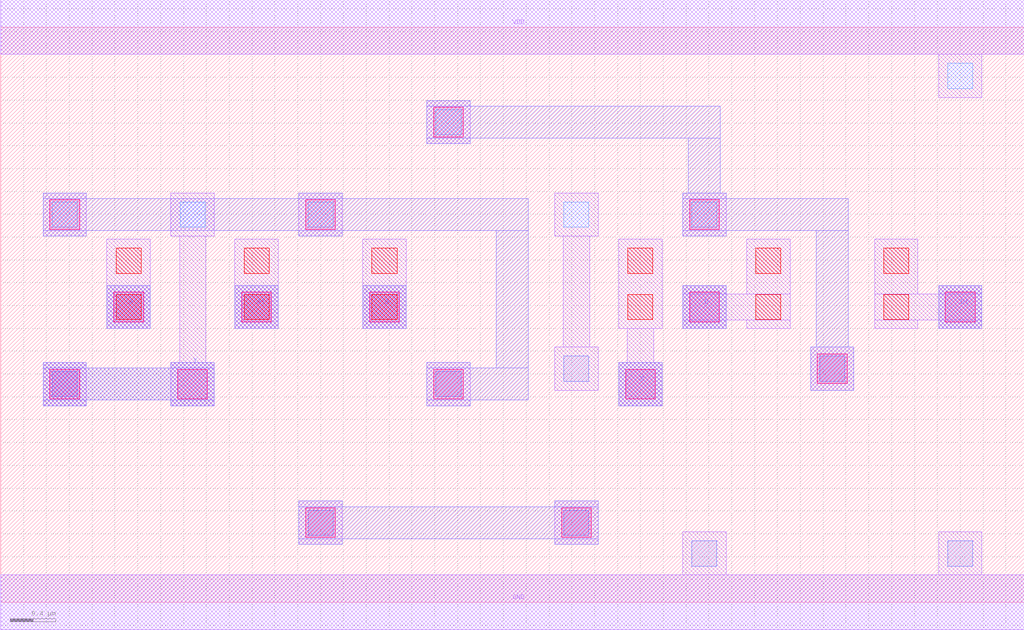
<source format=lef>
MACRO AOAOI2112
 CLASS CORE ;
 FOREIGN AOAOI2112 0 0 ;
 SIZE 8.96 BY 5.04 ;
 ORIGIN 0 0 ;
 SYMMETRY X Y R90 ;
 SITE unit ;
  PIN VDD
   DIRECTION INOUT ;
   USE POWER ;
   SHAPE ABUTMENT ;
    PORT
     CLASS CORE ;
       LAYER met1 ;
        RECT 0.00000000 4.80000000 8.96000000 5.28000000 ;
    END
  END VDD

  PIN GND
   DIRECTION INOUT ;
   USE POWER ;
   SHAPE ABUTMENT ;
    PORT
     CLASS CORE ;
       LAYER met1 ;
        RECT 0.00000000 -0.24000000 8.96000000 0.24000000 ;
    END
  END GND

  PIN Y
   DIRECTION INOUT ;
   USE SIGNAL ;
   SHAPE ABUTMENT ;
    PORT
     CLASS CORE ;
       LAYER met2 ;
        RECT 0.37000000 1.72200000 0.75000000 1.77200000 ;
        RECT 1.49000000 1.72200000 1.87000000 1.77200000 ;
        RECT 0.37000000 1.77200000 1.87000000 2.05200000 ;
        RECT 0.37000000 2.05200000 0.75000000 2.10200000 ;
        RECT 1.49000000 2.05200000 1.87000000 2.10200000 ;
    END
  END Y

  PIN B
   DIRECTION INOUT ;
   USE SIGNAL ;
   SHAPE ABUTMENT ;
    PORT
     CLASS CORE ;
       LAYER met2 ;
        RECT 3.17000000 2.39700000 3.55000000 2.77700000 ;
    END
  END B

  PIN A
   DIRECTION INOUT ;
   USE SIGNAL ;
   SHAPE ABUTMENT ;
    PORT
     CLASS CORE ;
       LAYER met2 ;
        RECT 0.93000000 2.39700000 1.31000000 2.77700000 ;
    END
  END A

  PIN D
   DIRECTION INOUT ;
   USE SIGNAL ;
   SHAPE ABUTMENT ;
    PORT
     CLASS CORE ;
       LAYER met2 ;
        RECT 5.97000000 2.39700000 6.35000000 2.77700000 ;
    END
  END D

  PIN C
   DIRECTION INOUT ;
   USE SIGNAL ;
   SHAPE ABUTMENT ;
    PORT
     CLASS CORE ;
       LAYER met2 ;
        RECT 5.41000000 1.72200000 5.79000000 2.10200000 ;
    END
  END C

  PIN A1
   DIRECTION INOUT ;
   USE SIGNAL ;
   SHAPE ABUTMENT ;
    PORT
     CLASS CORE ;
       LAYER met2 ;
        RECT 2.05000000 2.39700000 2.43000000 2.77700000 ;
    END
  END A1

  PIN D1
   DIRECTION INOUT ;
   USE SIGNAL ;
   SHAPE ABUTMENT ;
    PORT
     CLASS CORE ;
       LAYER met2 ;
        RECT 8.21000000 2.39700000 8.59000000 2.77700000 ;
    END
  END D1

 OBS
    LAYER polycont ;
     RECT 1.01000000 2.47700000 1.23000000 2.69700000 ;
     RECT 2.13000000 2.47700000 2.35000000 2.69700000 ;
     RECT 3.25000000 2.47700000 3.47000000 2.69700000 ;
     RECT 5.49000000 2.47700000 5.71000000 2.69700000 ;
     RECT 6.61000000 2.47700000 6.83000000 2.69700000 ;
     RECT 7.73000000 2.47700000 7.95000000 2.69700000 ;
     RECT 1.01000000 2.88200000 1.23000000 3.10200000 ;
     RECT 2.13000000 2.88200000 2.35000000 3.10200000 ;
     RECT 3.25000000 2.88200000 3.47000000 3.10200000 ;
     RECT 5.49000000 2.88200000 5.71000000 3.10200000 ;
     RECT 6.61000000 2.88200000 6.83000000 3.10200000 ;
     RECT 7.73000000 2.88200000 7.95000000 3.10200000 ;

    LAYER pdiffc ;
     RECT 0.45000000 3.28700000 0.67000000 3.50700000 ;
     RECT 1.57000000 3.28700000 1.79000000 3.50700000 ;
     RECT 2.69000000 3.28700000 2.91000000 3.50700000 ;
     RECT 4.93000000 3.28700000 5.15000000 3.50700000 ;
     RECT 6.05000000 3.28700000 6.27000000 3.50700000 ;
     RECT 3.81000000 4.09700000 4.03000000 4.31700000 ;
     RECT 8.29000000 4.50200000 8.51000000 4.72200000 ;

    LAYER ndiffc ;
     RECT 6.05000000 0.31700000 6.27000000 0.53700000 ;
     RECT 8.29000000 0.31700000 8.51000000 0.53700000 ;
     RECT 2.69000000 0.58700000 2.91000000 0.80700000 ;
     RECT 4.93000000 0.58700000 5.15000000 0.80700000 ;
     RECT 0.45000000 1.80200000 0.67000000 2.02200000 ;
     RECT 3.81000000 1.80200000 4.03000000 2.02200000 ;
     RECT 4.93000000 1.93700000 5.15000000 2.15700000 ;
     RECT 7.17000000 1.93700000 7.39000000 2.15700000 ;

    LAYER met1 ;
     RECT 0.00000000 -0.24000000 8.96000000 0.24000000 ;
     RECT 5.97000000 0.24000000 6.35000000 0.61700000 ;
     RECT 8.21000000 0.24000000 8.59000000 0.61700000 ;
     RECT 2.61000000 0.50700000 2.99000000 0.88700000 ;
     RECT 4.85000000 0.50700000 5.23000000 0.88700000 ;
     RECT 0.37000000 1.72200000 0.75000000 2.10200000 ;
     RECT 3.73000000 1.72200000 4.11000000 2.10200000 ;
     RECT 7.09000000 1.85700000 7.47000000 2.23700000 ;
     RECT 0.93000000 2.39700000 1.31000000 3.18200000 ;
     RECT 2.05000000 2.39700000 2.43000000 3.18200000 ;
     RECT 3.17000000 2.39700000 3.55000000 3.18200000 ;
     RECT 5.41000000 1.72200000 5.79000000 2.10200000 ;
     RECT 5.48500000 2.10200000 5.71500000 2.39700000 ;
     RECT 5.41000000 2.39700000 5.79000000 3.18200000 ;
     RECT 5.97000000 2.39700000 6.35000000 2.47200000 ;
     RECT 6.53000000 2.39700000 6.91000000 2.47200000 ;
     RECT 5.97000000 2.47200000 6.91000000 2.70200000 ;
     RECT 5.97000000 2.70200000 6.35000000 2.77700000 ;
     RECT 6.53000000 2.70200000 6.91000000 3.18200000 ;
     RECT 7.65000000 2.39700000 8.03000000 2.47200000 ;
     RECT 8.21000000 2.39700000 8.59000000 2.47200000 ;
     RECT 7.65000000 2.47200000 8.59000000 2.70200000 ;
     RECT 8.21000000 2.70200000 8.59000000 2.77700000 ;
     RECT 7.65000000 2.70200000 8.03000000 3.18200000 ;
     RECT 0.37000000 3.20700000 0.75000000 3.58700000 ;
     RECT 1.49000000 1.72200000 1.87000000 2.10200000 ;
     RECT 1.56500000 2.10200000 1.79500000 3.20700000 ;
     RECT 1.49000000 3.20700000 1.87000000 3.58700000 ;
     RECT 2.61000000 3.20700000 2.99000000 3.58700000 ;
     RECT 4.85000000 1.85700000 5.23000000 2.23700000 ;
     RECT 4.92500000 2.23700000 5.15500000 3.20700000 ;
     RECT 4.85000000 3.20700000 5.23000000 3.58700000 ;
     RECT 5.97000000 3.20700000 6.35000000 3.58700000 ;
     RECT 3.73000000 4.01700000 4.11000000 4.39700000 ;
     RECT 8.21000000 4.42200000 8.59000000 4.80000000 ;
     RECT 0.00000000 4.80000000 8.96000000 5.28000000 ;

    LAYER via1 ;
     RECT 2.67000000 0.56700000 2.93000000 0.82700000 ;
     RECT 4.91000000 0.56700000 5.17000000 0.82700000 ;
     RECT 0.43000000 1.78200000 0.69000000 2.04200000 ;
     RECT 1.55000000 1.78200000 1.81000000 2.04200000 ;
     RECT 3.79000000 1.78200000 4.05000000 2.04200000 ;
     RECT 5.47000000 1.78200000 5.73000000 2.04200000 ;
     RECT 7.15000000 1.91700000 7.41000000 2.17700000 ;
     RECT 0.99000000 2.45700000 1.25000000 2.71700000 ;
     RECT 2.11000000 2.45700000 2.37000000 2.71700000 ;
     RECT 3.23000000 2.45700000 3.49000000 2.71700000 ;
     RECT 6.03000000 2.45700000 6.29000000 2.71700000 ;
     RECT 8.27000000 2.45700000 8.53000000 2.71700000 ;
     RECT 0.43000000 3.26700000 0.69000000 3.52700000 ;
     RECT 2.67000000 3.26700000 2.93000000 3.52700000 ;
     RECT 6.03000000 3.26700000 6.29000000 3.52700000 ;
     RECT 3.79000000 4.07700000 4.05000000 4.33700000 ;

    LAYER met2 ;
     RECT 2.61000000 0.50700000 2.99000000 0.55700000 ;
     RECT 4.85000000 0.50700000 5.23000000 0.55700000 ;
     RECT 2.61000000 0.55700000 5.23000000 0.83700000 ;
     RECT 2.61000000 0.83700000 2.99000000 0.88700000 ;
     RECT 4.85000000 0.83700000 5.23000000 0.88700000 ;
     RECT 0.37000000 1.72200000 0.75000000 1.77200000 ;
     RECT 1.49000000 1.72200000 1.87000000 1.77200000 ;
     RECT 0.37000000 1.77200000 1.87000000 2.05200000 ;
     RECT 0.37000000 2.05200000 0.75000000 2.10200000 ;
     RECT 1.49000000 2.05200000 1.87000000 2.10200000 ;
     RECT 5.41000000 1.72200000 5.79000000 2.10200000 ;
     RECT 0.93000000 2.39700000 1.31000000 2.77700000 ;
     RECT 2.05000000 2.39700000 2.43000000 2.77700000 ;
     RECT 3.17000000 2.39700000 3.55000000 2.77700000 ;
     RECT 5.97000000 2.39700000 6.35000000 2.77700000 ;
     RECT 8.21000000 2.39700000 8.59000000 2.77700000 ;
     RECT 3.73000000 1.72200000 4.11000000 1.77200000 ;
     RECT 3.73000000 1.77200000 4.62000000 2.05200000 ;
     RECT 3.73000000 2.05200000 4.11000000 2.10200000 ;
     RECT 0.37000000 3.20700000 0.75000000 3.25700000 ;
     RECT 2.61000000 3.20700000 2.99000000 3.25700000 ;
     RECT 4.34000000 2.05200000 4.62000000 3.25700000 ;
     RECT 0.37000000 3.25700000 4.62000000 3.53700000 ;
     RECT 0.37000000 3.53700000 0.75000000 3.58700000 ;
     RECT 2.61000000 3.53700000 2.99000000 3.58700000 ;
     RECT 7.09000000 1.85700000 7.47000000 2.23700000 ;
     RECT 5.97000000 3.20700000 6.35000000 3.25700000 ;
     RECT 7.14000000 2.23700000 7.42000000 3.25700000 ;
     RECT 5.97000000 3.25700000 7.42000000 3.53700000 ;
     RECT 5.97000000 3.53700000 6.35000000 3.58700000 ;
     RECT 3.73000000 4.01700000 4.11000000 4.06700000 ;
     RECT 6.02000000 3.58700000 6.30000000 4.06700000 ;
     RECT 3.73000000 4.06700000 6.30000000 4.34700000 ;
     RECT 3.73000000 4.34700000 4.11000000 4.39700000 ;

 END
END AOAOI2112

</source>
